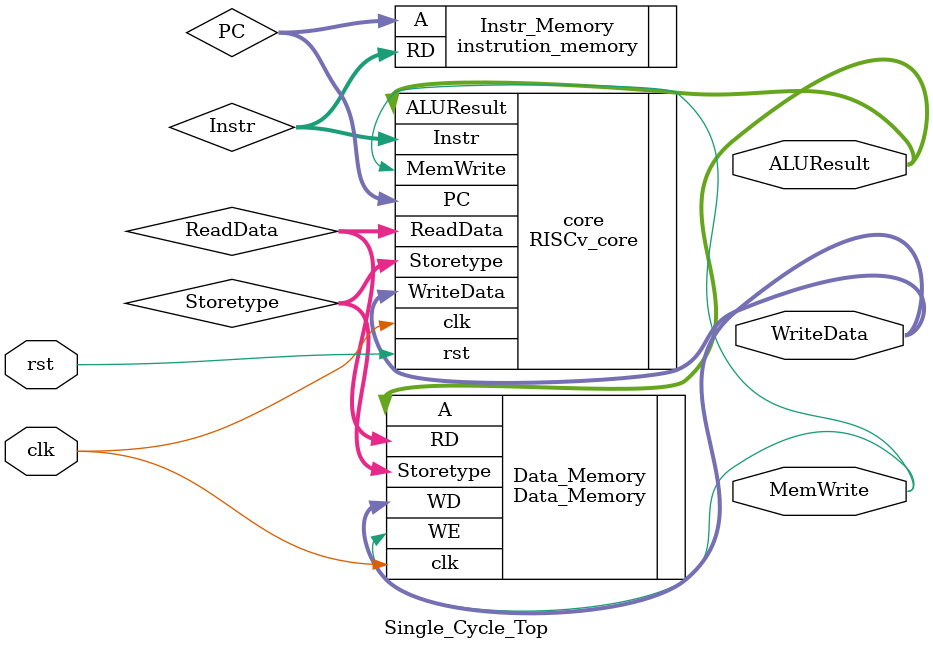
<source format=sv>

module Single_Cycle_Top(
			input logic clk,rst,
			output logic [31:0] WriteData,ALUResult,
			output logic MemWrite );

   logic [31:0] PC, Instr, ReadData;
   logic [1:0] Storetype;
   RISCv_core core (
			       .clk(clk),
			       .rst(rst),
			       .Instr(Instr),
			       .ReadData(ReadData),
			       .PC(PC),
			       .MemWrite(MemWrite),
			       .Storetype(Storetype),
			       .ALUResult(ALUResult),
			       .WriteData(WriteData) );

   instrution_memory #(.N_Bits(32)) Instr_Memory 
   ( 
				     .A(PC),
				     .RD(Instr));

   Data_Memory  #(.N_Bits(32)) Data_Memory 
   (
			    .clk(clk), 
			    .WE(MemWrite),
			    .Storetype(Storetype), 
			    .A(ALUResult), 
			    .WD(WriteData),
			    .RD(ReadData) );

endmodule

</source>
